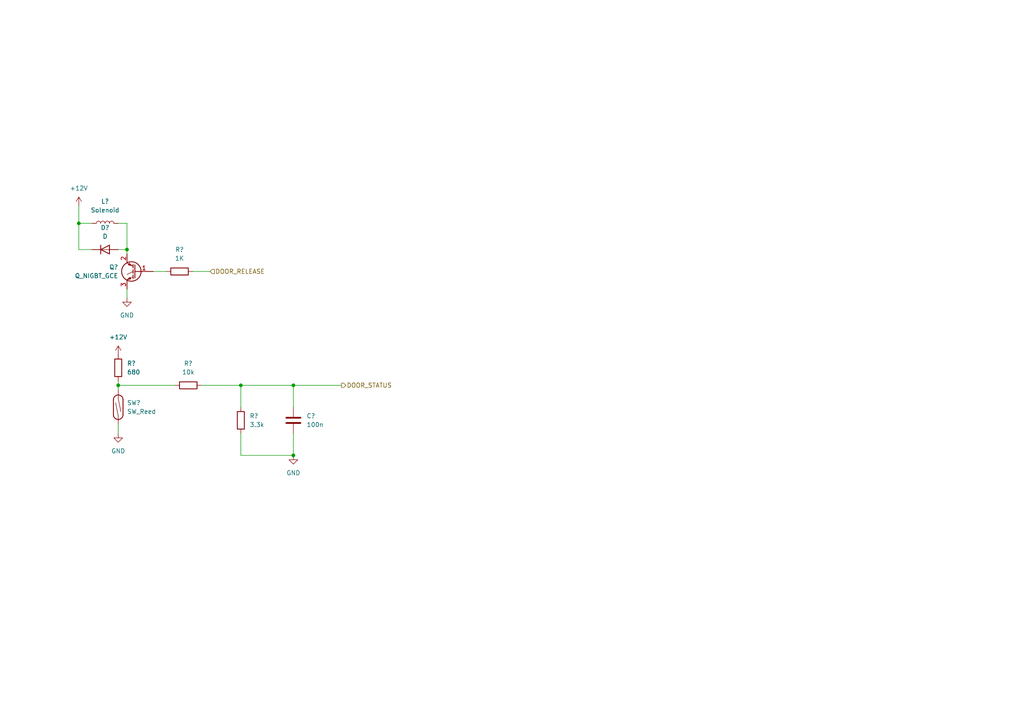
<source format=kicad_sch>
(kicad_sch (version 20211123) (generator eeschema)
  (paper "A4")
  (lib_symbols
    (symbol "Device:C" (pin_numbers hide) (pin_names (offset 0.254))
      (property "Reference" "C" (at 0.635 2.54 0))
      (property "Value" "C" (at 0.635 -2.54 0))
      (symbol "C_0_1"
        (polyline (pts (xy -2.032 -0.762) (xy 2.032 -0.762)) (stroke (width 0.508)))
        (polyline (pts (xy -2.032 0.762) (xy 2.032 0.762)) (stroke (width 0.508)))
      )
      (symbol "C_1_1"
        (pin passive line (at 0 3.81 270) (length 2.794) (name "~") (number "1"))
        (pin passive line (at 0 -3.81 90) (length 2.794) (name "~") (number "2"))
      )
    )
    (symbol "Device:D" (pin_numbers hide) (pin_names (offset 1.016) hide)
      (property "Reference" "D" (at 0 2.54 0))
      (property "Value" "D" (at 0 -2.54 0))
      (symbol "D_0_1"
        (polyline (pts (xy -1.27 1.27) (xy -1.27 -1.27)) (stroke (width 0.254)))
        (polyline (pts (xy 1.27 0) (xy -1.27 0)))
        (polyline (pts (xy 1.27 1.27) (xy 1.27 -1.27) (xy -1.27 0) (xy 1.27 1.27)) (stroke (width 0.254)))
      )
      (symbol "D_1_1"
        (pin passive line (at -3.81 0 0) (length 2.54) (name "K") (number "1"))
        (pin passive line (at 3.81 0 180) (length 2.54) (name "A") (number "2"))
      )
    )
    (symbol "Device:L" (pin_numbers hide) (pin_names (offset 1.016) hide)
      (property "Reference" "L" (at -1.27 0 90))
      (property "Value" "L" (at 1.905 0 90))
      (symbol "L_0_1"
        (arc (start 0 -2.54) (mid 0.635 -1.905) (end 0 -1.27))
        (arc (start 0 -1.27) (mid 0.635 -0.635) (end 0 0))
        (arc (start 0 0) (mid 0.635 0.635) (end 0 1.27))
        (arc (start 0 1.27) (mid 0.635 1.905) (end 0 2.54))
      )
      (symbol "L_1_1"
        (pin passive line (at 0 3.81 270) (length 1.27) (name "1") (number "1"))
        (pin passive line (at 0 -3.81 90) (length 1.27) (name "2") (number "2"))
      )
    )
    (symbol "Device:Q_NIGBT_GCE" (pin_names (offset 0) hide)
      (property "Reference" "Q" (at 5.08 1.27 0))
      (property "Value" "Q_NIGBT_GCE" (at 5.08 -1.27 0))
      (symbol "Q_NIGBT_GCE_0_1"
        (polyline (pts (xy 0.762 -1.016) (xy 0.762 -2.032)) (stroke (width 0.254)))
        (polyline (pts (xy 0.762 0.508) (xy 0.762 -0.508)) (stroke (width 0.254)))
        (polyline (pts (xy 0.762 2.032) (xy 0.762 1.016)) (stroke (width 0.254)))
        (polyline (pts (xy 2.54 -2.413) (xy 0.762 -1.524)))
        (polyline (pts (xy 2.54 -0.889) (xy 0.762 0)))
        (polyline (pts (xy 2.54 2.413) (xy 0.762 1.524)))
        (polyline (pts (xy 0.254 1.905) (xy 0.254 -1.905) (xy 0.254 -1.905)) (stroke (width 0.254)))
        (polyline (pts (xy 1.397 -2.159) (xy 1.651 -1.651) (xy 2.54 -2.413) (xy 1.397 -2.159)) (fill (type outline)))
        (polyline (pts (xy 2.159 1.905) (xy 1.905 2.413) (xy 1.016 1.651) (xy 2.159 1.905)) (fill (type outline)))
        (circle (center 1.27 0) (radius 2.8194) (stroke (width 0.254)))
      )
      (symbol "Q_NIGBT_GCE_1_1"
        (pin input line (at -5.08 0 0) (length 5.334) (name "G") (number "1"))
        (pin passive line (at 2.54 5.08 270) (length 2.54) (name "C") (number "2"))
        (pin passive line (at 2.54 -5.08 90) (length 2.54) (name "E") (number "3"))
      )
    )
    (symbol "Device:R" (pin_numbers hide) (pin_names (offset 0))
      (property "Reference" "R" (at 2.032 0 90))
      (property "Value" "R" (at 0 0 90))
      (symbol "R_0_1"
        (rectangle (start -1.016 -2.54) (end 1.016 2.54) (stroke (width 0.254)))
      )
      (symbol "R_1_1"
        (pin passive line (at 0 3.81 270) (length 1.27) (name "~") (number "1"))
        (pin passive line (at 0 -3.81 90) (length 1.27) (name "~") (number "2"))
      )
    )
    (symbol "Switch:SW_Reed" (pin_numbers hide) (pin_names (offset 0) hide)
      (property "Reference" "SW" (at 0 2.54 0))
      (property "Value" "SW_Reed" (at 0 -2.54 0))
      (symbol "SW_Reed_0_0"
        (arc (start -2.159 1.397) (mid -3.556 0) (end -2.159 -1.397) (stroke (width 0.254)))
        (polyline (pts (xy -2.54 0) (xy 1.27 0.762)))
        (polyline (pts (xy -2.159 -1.397) (xy 2.286 -1.397)) (stroke (width 0.254)))
        (polyline (pts (xy 2.159 1.397) (xy -2.159 1.397)) (stroke (width 0.254)))
        (polyline (pts (xy 2.54 0) (xy -1.27 -0.762)))
        (arc (start 2.159 -1.397) (mid 3.556 0) (end 2.159 1.397) (stroke (width 0.254)))
      )
      (symbol "SW_Reed_1_1"
        (pin passive line (at -5.08 0 0) (length 2.54) (name "1") (number "1"))
        (pin passive line (at 5.08 0 180) (length 2.54) (name "2") (number "2"))
      )
    )
    (symbol "power:+12V" (power) (pin_names (offset 0))
      (property "Value" "+12V" (at 0 3.556 0))
      (symbol "+12V_0_1"
        (polyline (pts (xy -0.762 1.27) (xy 0 2.54)))
        (polyline (pts (xy 0 0) (xy 0 2.54)))
        (polyline (pts (xy 0 2.54) (xy 0.762 1.27)))
      )
      (symbol "+12V_1_1"
        (pin power_in line (at 0 0 90) (length 0) hide (name "+12V") (number "1"))
      )
    )
    (symbol "power:GND" (power) (pin_names (offset 0))
      (property "Value" "GND" (at 0 -3.81 0))
      (symbol "GND_0_1"
        (polyline (pts (xy 0 0) (xy 0 -1.27) (xy 1.27 -1.27) (xy 0 -2.54) (xy -1.27 -1.27) (xy 0 -1.27)))
      )
      (symbol "GND_1_1"
        (pin power_in line (at 0 0 270) (length 0) hide (name "GND") (number "1"))
      )
    )
  )
  (junction (at 34.29 111.76))
  (junction (at 69.85 111.76))
  (junction (at 85.09 132.08))
  (junction (at 22.86 64.77))
  (junction (at 85.09 111.76))
  (junction (at 36.83 72.39))
  (wire (pts (xy 36.83 83.82) (xy 36.83 86.36)))
  (wire (pts (xy 34.29 123.19) (xy 34.29 125.73)))
  (wire (pts (xy 34.29 64.77) (xy 36.83 64.77)))
  (wire (pts (xy 44.45 78.74) (xy 48.26 78.74)))
  (wire (pts (xy 58.42 111.76) (xy 69.85 111.76)))
  (wire (pts (xy 34.29 72.39) (xy 36.83 72.39)))
  (wire (pts (xy 34.29 111.76) (xy 50.8 111.76)))
  (wire (pts (xy 36.83 64.77) (xy 36.83 72.39)))
  (wire (pts (xy 34.29 111.76) (xy 34.29 113.03)))
  (wire (pts (xy 69.85 125.73) (xy 69.85 132.08)))
  (wire (pts (xy 85.09 111.76) (xy 99.06 111.76)))
  (wire (pts (xy 69.85 111.76) (xy 69.85 118.11)))
  (wire (pts (xy 85.09 111.76) (xy 85.09 118.11)))
  (wire (pts (xy 85.09 132.08) (xy 85.09 125.73)))
  (wire (pts (xy 22.86 64.77) (xy 26.67 64.77)))
  (wire (pts (xy 22.86 72.39) (xy 22.86 64.77)))
  (wire (pts (xy 69.85 132.08) (xy 85.09 132.08)))
  (wire (pts (xy 22.86 72.39) (xy 26.67 72.39)))
  (wire (pts (xy 22.86 59.69) (xy 22.86 64.77)))
  (wire (pts (xy 34.29 110.49) (xy 34.29 111.76)))
  (wire (pts (xy 69.85 111.76) (xy 85.09 111.76)))
  (wire (pts (xy 55.88 78.74) (xy 60.96 78.74)))
  (wire (pts (xy 36.83 72.39) (xy 36.83 73.66)))
  (hierarchical_label "DOOR_STATUS" (shape output) (at 99.06 111.76 0))
  (hierarchical_label "DOOR_RELEASE" (shape input) (at 60.96 78.74 0))
  (symbol (lib_id "Device:R") (at 54.61 111.76 90) (unit 1)
    (property "Reference" "R?" (at 54.61 105.41 90))
    (property "Value" "10k" (at 54.61 107.95 90))
  )
  (symbol (lib_id "Device:R") (at 69.85 121.92 0) (unit 1)
    (property "Reference" "R?" (at 72.39 120.6499 0) (effects (justify left)))
    (property "Value" "3.3k" (at 72.39 123.1899 0) (effects (justify left)))
  )
  (symbol (lib_id "Switch:SW_Reed") (at 34.29 118.11 90) (unit 1)
    (property "Reference" "SW?" (at 36.83 116.8399 90) (effects (justify right)))
    (property "Value" "SW_Reed" (at 36.83 119.3799 90) (effects (justify right)))
  )
  (symbol (lib_id "Device:C") (at 85.09 121.92 0) (unit 1)
    (property "Reference" "C?" (at 88.9 120.6499 0) (effects (justify left)))
    (property "Value" "100n" (at 88.9 123.1899 0) (effects (justify left)))
  )
  (symbol (lib_id "Device:Q_NIGBT_GCE") (at 39.37 78.74 0) (mirror y) (unit 1)
    (property "Reference" "Q?" (at 34.29 77.4699 0) (effects (justify left)))
    (property "Value" "Q_NIGBT_GCE" (at 34.29 80.0099 0) (effects (justify left)))
  )
  (symbol (lib_id "power:GND") (at 34.29 125.73 0) (unit 1)
    (property "Reference" "#PWR?" (effects hide))
    (property "Value" "GND" (at 34.29 130.81 0))
  )
  (symbol (lib_id "Device:R") (at 52.07 78.74 90) (unit 1)
    (property "Reference" "R?" (at 52.07 72.39 90))
    (property "Value" "1K" (at 52.07 74.93 90))
  )
  (symbol (lib_id "Device:L") (at 30.48 64.77 90) (unit 1)
    (property "Reference" "L?" (at 30.48 58.42 90))
    (property "Value" "Solenoid" (at 30.48 60.96 90))
  )
  (symbol (lib_id "power:+12V") (at 34.29 102.87 0) (unit 1)
    (property "Reference" "#PWR?" (effects hide))
    (property "Value" "+12V" (at 34.29 97.79 0))
  )
  (symbol (lib_id "Device:R") (at 34.29 106.68 0) (unit 1)
    (property "Reference" "R?" (at 36.83 105.4099 0) (effects (justify left)))
    (property "Value" "680" (at 36.83 107.9499 0) (effects (justify left)))
  )
  (symbol (lib_id "power:GND") (at 36.83 86.36 0) (unit 1)
    (property "Reference" "#PWR?" (effects hide))
    (property "Value" "GND" (at 36.83 91.44 0))
  )
  (symbol (lib_id "Device:D") (at 30.48 72.39 0) (unit 1)
    (property "Reference" "D?" (at 30.48 66.04 0))
    (property "Value" "D" (at 30.48 68.58 0))
  )
  (symbol (lib_id "power:+12V") (at 22.86 59.69 0) (unit 1)
    (property "Reference" "#PWR?" (effects hide))
    (property "Value" "+12V" (at 22.86 54.61 0))
  )
  (symbol (lib_id "power:GND") (at 85.09 132.08 0) (unit 1)
    (property "Reference" "#PWR?" (effects hide))
    (property "Value" "GND" (at 85.09 137.16 0))
  )
)
</source>
